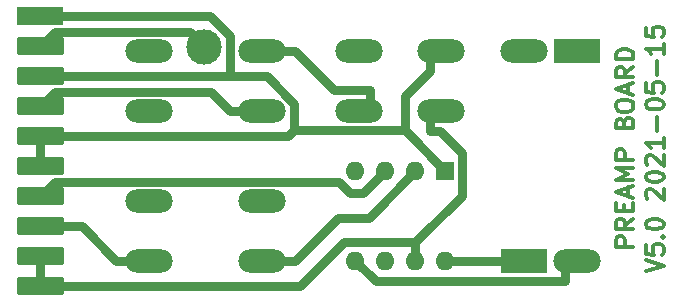
<source format=gbr>
G04 #@! TF.GenerationSoftware,KiCad,Pcbnew,5.1.5+dfsg1-2build2*
G04 #@! TF.CreationDate,2021-05-15T15:28:44-07:00*
G04 #@! TF.ProjectId,preamp-board-v5,70726561-6d70-42d6-926f-6172642d7635,rev?*
G04 #@! TF.SameCoordinates,Original*
G04 #@! TF.FileFunction,Copper,L1,Top*
G04 #@! TF.FilePolarity,Positive*
%FSLAX46Y46*%
G04 Gerber Fmt 4.6, Leading zero omitted, Abs format (unit mm)*
G04 Created by KiCad (PCBNEW 5.1.5+dfsg1-2build2) date 2021-05-15 15:28:44*
%MOMM*%
%LPD*%
G04 APERTURE LIST*
%ADD10C,0.300000*%
%ADD11R,4.000000X2.000000*%
%ADD12O,4.000000X2.000000*%
%ADD13R,4.000000X1.524000*%
%ADD14C,0.100000*%
%ADD15R,1.600000X1.600000*%
%ADD16O,1.600000X1.600000*%
%ADD17C,3.000000*%
%ADD18C,0.750000*%
G04 APERTURE END LIST*
D10*
X687743571Y641918571D02*
X686243571Y641918571D01*
X686243571Y642490000D01*
X686315000Y642632857D01*
X686386428Y642704285D01*
X686529285Y642775714D01*
X686743571Y642775714D01*
X686886428Y642704285D01*
X686957857Y642632857D01*
X687029285Y642490000D01*
X687029285Y641918571D01*
X687743571Y644275714D02*
X687029285Y643775714D01*
X687743571Y643418571D02*
X686243571Y643418571D01*
X686243571Y643990000D01*
X686315000Y644132857D01*
X686386428Y644204285D01*
X686529285Y644275714D01*
X686743571Y644275714D01*
X686886428Y644204285D01*
X686957857Y644132857D01*
X687029285Y643990000D01*
X687029285Y643418571D01*
X686957857Y644918571D02*
X686957857Y645418571D01*
X687743571Y645632857D02*
X687743571Y644918571D01*
X686243571Y644918571D01*
X686243571Y645632857D01*
X687315000Y646204285D02*
X687315000Y646918571D01*
X687743571Y646061428D02*
X686243571Y646561428D01*
X687743571Y647061428D01*
X687743571Y647561428D02*
X686243571Y647561428D01*
X687315000Y648061428D01*
X686243571Y648561428D01*
X687743571Y648561428D01*
X687743571Y649275714D02*
X686243571Y649275714D01*
X686243571Y649847142D01*
X686315000Y649990000D01*
X686386428Y650061428D01*
X686529285Y650132857D01*
X686743571Y650132857D01*
X686886428Y650061428D01*
X686957857Y649990000D01*
X687029285Y649847142D01*
X687029285Y649275714D01*
X686957857Y652418571D02*
X687029285Y652632857D01*
X687100714Y652704285D01*
X687243571Y652775714D01*
X687457857Y652775714D01*
X687600714Y652704285D01*
X687672142Y652632857D01*
X687743571Y652490000D01*
X687743571Y651918571D01*
X686243571Y651918571D01*
X686243571Y652418571D01*
X686315000Y652561428D01*
X686386428Y652632857D01*
X686529285Y652704285D01*
X686672142Y652704285D01*
X686815000Y652632857D01*
X686886428Y652561428D01*
X686957857Y652418571D01*
X686957857Y651918571D01*
X686243571Y653704285D02*
X686243571Y653990000D01*
X686315000Y654132857D01*
X686457857Y654275714D01*
X686743571Y654347142D01*
X687243571Y654347142D01*
X687529285Y654275714D01*
X687672142Y654132857D01*
X687743571Y653990000D01*
X687743571Y653704285D01*
X687672142Y653561428D01*
X687529285Y653418571D01*
X687243571Y653347142D01*
X686743571Y653347142D01*
X686457857Y653418571D01*
X686315000Y653561428D01*
X686243571Y653704285D01*
X687315000Y654918571D02*
X687315000Y655632857D01*
X687743571Y654775714D02*
X686243571Y655275714D01*
X687743571Y655775714D01*
X687743571Y657132857D02*
X687029285Y656632857D01*
X687743571Y656275714D02*
X686243571Y656275714D01*
X686243571Y656847142D01*
X686315000Y656990000D01*
X686386428Y657061428D01*
X686529285Y657132857D01*
X686743571Y657132857D01*
X686886428Y657061428D01*
X686957857Y656990000D01*
X687029285Y656847142D01*
X687029285Y656275714D01*
X687743571Y657775714D02*
X686243571Y657775714D01*
X686243571Y658132857D01*
X686315000Y658347142D01*
X686457857Y658490000D01*
X686600714Y658561428D01*
X686886428Y658632857D01*
X687100714Y658632857D01*
X687386428Y658561428D01*
X687529285Y658490000D01*
X687672142Y658347142D01*
X687743571Y658132857D01*
X687743571Y657775714D01*
X688793571Y639811428D02*
X690293571Y640311428D01*
X688793571Y640811428D01*
X688793571Y642025714D02*
X688793571Y641311428D01*
X689507857Y641240000D01*
X689436428Y641311428D01*
X689365000Y641454285D01*
X689365000Y641811428D01*
X689436428Y641954285D01*
X689507857Y642025714D01*
X689650714Y642097142D01*
X690007857Y642097142D01*
X690150714Y642025714D01*
X690222142Y641954285D01*
X690293571Y641811428D01*
X690293571Y641454285D01*
X690222142Y641311428D01*
X690150714Y641240000D01*
X690150714Y642740000D02*
X690222142Y642811428D01*
X690293571Y642740000D01*
X690222142Y642668571D01*
X690150714Y642740000D01*
X690293571Y642740000D01*
X688793571Y643740000D02*
X688793571Y643882857D01*
X688865000Y644025714D01*
X688936428Y644097142D01*
X689079285Y644168571D01*
X689365000Y644240000D01*
X689722142Y644240000D01*
X690007857Y644168571D01*
X690150714Y644097142D01*
X690222142Y644025714D01*
X690293571Y643882857D01*
X690293571Y643740000D01*
X690222142Y643597142D01*
X690150714Y643525714D01*
X690007857Y643454285D01*
X689722142Y643382857D01*
X689365000Y643382857D01*
X689079285Y643454285D01*
X688936428Y643525714D01*
X688865000Y643597142D01*
X688793571Y643740000D01*
X688936428Y645954285D02*
X688865000Y646025714D01*
X688793571Y646168571D01*
X688793571Y646525714D01*
X688865000Y646668571D01*
X688936428Y646740000D01*
X689079285Y646811428D01*
X689222142Y646811428D01*
X689436428Y646740000D01*
X690293571Y645882857D01*
X690293571Y646811428D01*
X688793571Y647740000D02*
X688793571Y647882857D01*
X688865000Y648025714D01*
X688936428Y648097142D01*
X689079285Y648168571D01*
X689365000Y648240000D01*
X689722142Y648240000D01*
X690007857Y648168571D01*
X690150714Y648097142D01*
X690222142Y648025714D01*
X690293571Y647882857D01*
X690293571Y647740000D01*
X690222142Y647597142D01*
X690150714Y647525714D01*
X690007857Y647454285D01*
X689722142Y647382857D01*
X689365000Y647382857D01*
X689079285Y647454285D01*
X688936428Y647525714D01*
X688865000Y647597142D01*
X688793571Y647740000D01*
X688936428Y648811428D02*
X688865000Y648882857D01*
X688793571Y649025714D01*
X688793571Y649382857D01*
X688865000Y649525714D01*
X688936428Y649597142D01*
X689079285Y649668571D01*
X689222142Y649668571D01*
X689436428Y649597142D01*
X690293571Y648740000D01*
X690293571Y649668571D01*
X690293571Y651097142D02*
X690293571Y650240000D01*
X690293571Y650668571D02*
X688793571Y650668571D01*
X689007857Y650525714D01*
X689150714Y650382857D01*
X689222142Y650240000D01*
X689722142Y651740000D02*
X689722142Y652882857D01*
X688793571Y653882857D02*
X688793571Y654025714D01*
X688865000Y654168571D01*
X688936428Y654240000D01*
X689079285Y654311428D01*
X689365000Y654382857D01*
X689722142Y654382857D01*
X690007857Y654311428D01*
X690150714Y654240000D01*
X690222142Y654168571D01*
X690293571Y654025714D01*
X690293571Y653882857D01*
X690222142Y653740000D01*
X690150714Y653668571D01*
X690007857Y653597142D01*
X689722142Y653525714D01*
X689365000Y653525714D01*
X689079285Y653597142D01*
X688936428Y653668571D01*
X688865000Y653740000D01*
X688793571Y653882857D01*
X688793571Y655740000D02*
X688793571Y655025714D01*
X689507857Y654954285D01*
X689436428Y655025714D01*
X689365000Y655168571D01*
X689365000Y655525714D01*
X689436428Y655668571D01*
X689507857Y655740000D01*
X689650714Y655811428D01*
X690007857Y655811428D01*
X690150714Y655740000D01*
X690222142Y655668571D01*
X690293571Y655525714D01*
X690293571Y655168571D01*
X690222142Y655025714D01*
X690150714Y654954285D01*
X689722142Y656454285D02*
X689722142Y657597142D01*
X690293571Y659097142D02*
X690293571Y658240000D01*
X690293571Y658668571D02*
X688793571Y658668571D01*
X689007857Y658525714D01*
X689150714Y658382857D01*
X689222142Y658240000D01*
X688793571Y660454285D02*
X688793571Y659740000D01*
X689507857Y659668571D01*
X689436428Y659740000D01*
X689365000Y659882857D01*
X689365000Y660240000D01*
X689436428Y660382857D01*
X689507857Y660454285D01*
X689650714Y660525714D01*
X690007857Y660525714D01*
X690150714Y660454285D01*
X690222142Y660382857D01*
X690293571Y660240000D01*
X690293571Y659882857D01*
X690222142Y659740000D01*
X690150714Y659668571D01*
D11*
X678450000Y640715000D03*
D12*
X682950000Y640715000D03*
X678490000Y658495000D03*
D11*
X682990000Y658495000D03*
D12*
X664480000Y658495000D03*
X671480000Y658495000D03*
X671480000Y653415000D03*
X664480000Y653415000D03*
D13*
X637540000Y661420000D03*
G04 #@! TA.AperFunction,ConnectorPad*
D14*
G36*
X639359925Y659641039D02*
G01*
X639379305Y659638164D01*
X639398310Y659633403D01*
X639416756Y659626803D01*
X639434468Y659618426D01*
X639451272Y659608354D01*
X639467009Y659596683D01*
X639481526Y659583526D01*
X639494683Y659569009D01*
X639506354Y659553272D01*
X639516426Y659536468D01*
X639524803Y659518756D01*
X639531403Y659500310D01*
X639536164Y659481305D01*
X639539039Y659461925D01*
X639540000Y659442356D01*
X639540000Y658317644D01*
X639539039Y658298075D01*
X639536164Y658278695D01*
X639531403Y658259690D01*
X639524803Y658241244D01*
X639516426Y658223532D01*
X639506354Y658206728D01*
X639494683Y658190991D01*
X639481526Y658176474D01*
X639467009Y658163317D01*
X639451272Y658151646D01*
X639434468Y658141574D01*
X639416756Y658133197D01*
X639398310Y658126597D01*
X639379305Y658121836D01*
X639359925Y658118961D01*
X639340356Y658118000D01*
X635739644Y658118000D01*
X635720075Y658118961D01*
X635700695Y658121836D01*
X635681690Y658126597D01*
X635663244Y658133197D01*
X635645532Y658141574D01*
X635628728Y658151646D01*
X635612991Y658163317D01*
X635598474Y658176474D01*
X635585317Y658190991D01*
X635573646Y658206728D01*
X635563574Y658223532D01*
X635555197Y658241244D01*
X635548597Y658259690D01*
X635543836Y658278695D01*
X635540961Y658298075D01*
X635540000Y658317644D01*
X635540000Y659442356D01*
X635540961Y659461925D01*
X635543836Y659481305D01*
X635548597Y659500310D01*
X635555197Y659518756D01*
X635563574Y659536468D01*
X635573646Y659553272D01*
X635585317Y659569009D01*
X635598474Y659583526D01*
X635612991Y659596683D01*
X635628728Y659608354D01*
X635645532Y659618426D01*
X635663244Y659626803D01*
X635681690Y659633403D01*
X635700695Y659638164D01*
X635720075Y659641039D01*
X635739644Y659642000D01*
X639340356Y659642000D01*
X639359925Y659641039D01*
G37*
G04 #@! TD.AperFunction*
G04 #@! TA.AperFunction,ConnectorPad*
G36*
X639359925Y657101039D02*
G01*
X639379305Y657098164D01*
X639398310Y657093403D01*
X639416756Y657086803D01*
X639434468Y657078426D01*
X639451272Y657068354D01*
X639467009Y657056683D01*
X639481526Y657043526D01*
X639494683Y657029009D01*
X639506354Y657013272D01*
X639516426Y656996468D01*
X639524803Y656978756D01*
X639531403Y656960310D01*
X639536164Y656941305D01*
X639539039Y656921925D01*
X639540000Y656902356D01*
X639540000Y655777644D01*
X639539039Y655758075D01*
X639536164Y655738695D01*
X639531403Y655719690D01*
X639524803Y655701244D01*
X639516426Y655683532D01*
X639506354Y655666728D01*
X639494683Y655650991D01*
X639481526Y655636474D01*
X639467009Y655623317D01*
X639451272Y655611646D01*
X639434468Y655601574D01*
X639416756Y655593197D01*
X639398310Y655586597D01*
X639379305Y655581836D01*
X639359925Y655578961D01*
X639340356Y655578000D01*
X635739644Y655578000D01*
X635720075Y655578961D01*
X635700695Y655581836D01*
X635681690Y655586597D01*
X635663244Y655593197D01*
X635645532Y655601574D01*
X635628728Y655611646D01*
X635612991Y655623317D01*
X635598474Y655636474D01*
X635585317Y655650991D01*
X635573646Y655666728D01*
X635563574Y655683532D01*
X635555197Y655701244D01*
X635548597Y655719690D01*
X635543836Y655738695D01*
X635540961Y655758075D01*
X635540000Y655777644D01*
X635540000Y656902356D01*
X635540961Y656921925D01*
X635543836Y656941305D01*
X635548597Y656960310D01*
X635555197Y656978756D01*
X635563574Y656996468D01*
X635573646Y657013272D01*
X635585317Y657029009D01*
X635598474Y657043526D01*
X635612991Y657056683D01*
X635628728Y657068354D01*
X635645532Y657078426D01*
X635663244Y657086803D01*
X635681690Y657093403D01*
X635700695Y657098164D01*
X635720075Y657101039D01*
X635739644Y657102000D01*
X639340356Y657102000D01*
X639359925Y657101039D01*
G37*
G04 #@! TD.AperFunction*
G04 #@! TA.AperFunction,ConnectorPad*
G36*
X639359925Y654561039D02*
G01*
X639379305Y654558164D01*
X639398310Y654553403D01*
X639416756Y654546803D01*
X639434468Y654538426D01*
X639451272Y654528354D01*
X639467009Y654516683D01*
X639481526Y654503526D01*
X639494683Y654489009D01*
X639506354Y654473272D01*
X639516426Y654456468D01*
X639524803Y654438756D01*
X639531403Y654420310D01*
X639536164Y654401305D01*
X639539039Y654381925D01*
X639540000Y654362356D01*
X639540000Y653237644D01*
X639539039Y653218075D01*
X639536164Y653198695D01*
X639531403Y653179690D01*
X639524803Y653161244D01*
X639516426Y653143532D01*
X639506354Y653126728D01*
X639494683Y653110991D01*
X639481526Y653096474D01*
X639467009Y653083317D01*
X639451272Y653071646D01*
X639434468Y653061574D01*
X639416756Y653053197D01*
X639398310Y653046597D01*
X639379305Y653041836D01*
X639359925Y653038961D01*
X639340356Y653038000D01*
X635739644Y653038000D01*
X635720075Y653038961D01*
X635700695Y653041836D01*
X635681690Y653046597D01*
X635663244Y653053197D01*
X635645532Y653061574D01*
X635628728Y653071646D01*
X635612991Y653083317D01*
X635598474Y653096474D01*
X635585317Y653110991D01*
X635573646Y653126728D01*
X635563574Y653143532D01*
X635555197Y653161244D01*
X635548597Y653179690D01*
X635543836Y653198695D01*
X635540961Y653218075D01*
X635540000Y653237644D01*
X635540000Y654362356D01*
X635540961Y654381925D01*
X635543836Y654401305D01*
X635548597Y654420310D01*
X635555197Y654438756D01*
X635563574Y654456468D01*
X635573646Y654473272D01*
X635585317Y654489009D01*
X635598474Y654503526D01*
X635612991Y654516683D01*
X635628728Y654528354D01*
X635645532Y654538426D01*
X635663244Y654546803D01*
X635681690Y654553403D01*
X635700695Y654558164D01*
X635720075Y654561039D01*
X635739644Y654562000D01*
X639340356Y654562000D01*
X639359925Y654561039D01*
G37*
G04 #@! TD.AperFunction*
G04 #@! TA.AperFunction,ConnectorPad*
G36*
X639359925Y652021039D02*
G01*
X639379305Y652018164D01*
X639398310Y652013403D01*
X639416756Y652006803D01*
X639434468Y651998426D01*
X639451272Y651988354D01*
X639467009Y651976683D01*
X639481526Y651963526D01*
X639494683Y651949009D01*
X639506354Y651933272D01*
X639516426Y651916468D01*
X639524803Y651898756D01*
X639531403Y651880310D01*
X639536164Y651861305D01*
X639539039Y651841925D01*
X639540000Y651822356D01*
X639540000Y650697644D01*
X639539039Y650678075D01*
X639536164Y650658695D01*
X639531403Y650639690D01*
X639524803Y650621244D01*
X639516426Y650603532D01*
X639506354Y650586728D01*
X639494683Y650570991D01*
X639481526Y650556474D01*
X639467009Y650543317D01*
X639451272Y650531646D01*
X639434468Y650521574D01*
X639416756Y650513197D01*
X639398310Y650506597D01*
X639379305Y650501836D01*
X639359925Y650498961D01*
X639340356Y650498000D01*
X635739644Y650498000D01*
X635720075Y650498961D01*
X635700695Y650501836D01*
X635681690Y650506597D01*
X635663244Y650513197D01*
X635645532Y650521574D01*
X635628728Y650531646D01*
X635612991Y650543317D01*
X635598474Y650556474D01*
X635585317Y650570991D01*
X635573646Y650586728D01*
X635563574Y650603532D01*
X635555197Y650621244D01*
X635548597Y650639690D01*
X635543836Y650658695D01*
X635540961Y650678075D01*
X635540000Y650697644D01*
X635540000Y651822356D01*
X635540961Y651841925D01*
X635543836Y651861305D01*
X635548597Y651880310D01*
X635555197Y651898756D01*
X635563574Y651916468D01*
X635573646Y651933272D01*
X635585317Y651949009D01*
X635598474Y651963526D01*
X635612991Y651976683D01*
X635628728Y651988354D01*
X635645532Y651998426D01*
X635663244Y652006803D01*
X635681690Y652013403D01*
X635700695Y652018164D01*
X635720075Y652021039D01*
X635739644Y652022000D01*
X639340356Y652022000D01*
X639359925Y652021039D01*
G37*
G04 #@! TD.AperFunction*
G04 #@! TA.AperFunction,ConnectorPad*
G36*
X639359925Y649481039D02*
G01*
X639379305Y649478164D01*
X639398310Y649473403D01*
X639416756Y649466803D01*
X639434468Y649458426D01*
X639451272Y649448354D01*
X639467009Y649436683D01*
X639481526Y649423526D01*
X639494683Y649409009D01*
X639506354Y649393272D01*
X639516426Y649376468D01*
X639524803Y649358756D01*
X639531403Y649340310D01*
X639536164Y649321305D01*
X639539039Y649301925D01*
X639540000Y649282356D01*
X639540000Y648157644D01*
X639539039Y648138075D01*
X639536164Y648118695D01*
X639531403Y648099690D01*
X639524803Y648081244D01*
X639516426Y648063532D01*
X639506354Y648046728D01*
X639494683Y648030991D01*
X639481526Y648016474D01*
X639467009Y648003317D01*
X639451272Y647991646D01*
X639434468Y647981574D01*
X639416756Y647973197D01*
X639398310Y647966597D01*
X639379305Y647961836D01*
X639359925Y647958961D01*
X639340356Y647958000D01*
X635739644Y647958000D01*
X635720075Y647958961D01*
X635700695Y647961836D01*
X635681690Y647966597D01*
X635663244Y647973197D01*
X635645532Y647981574D01*
X635628728Y647991646D01*
X635612991Y648003317D01*
X635598474Y648016474D01*
X635585317Y648030991D01*
X635573646Y648046728D01*
X635563574Y648063532D01*
X635555197Y648081244D01*
X635548597Y648099690D01*
X635543836Y648118695D01*
X635540961Y648138075D01*
X635540000Y648157644D01*
X635540000Y649282356D01*
X635540961Y649301925D01*
X635543836Y649321305D01*
X635548597Y649340310D01*
X635555197Y649358756D01*
X635563574Y649376468D01*
X635573646Y649393272D01*
X635585317Y649409009D01*
X635598474Y649423526D01*
X635612991Y649436683D01*
X635628728Y649448354D01*
X635645532Y649458426D01*
X635663244Y649466803D01*
X635681690Y649473403D01*
X635700695Y649478164D01*
X635720075Y649481039D01*
X635739644Y649482000D01*
X639340356Y649482000D01*
X639359925Y649481039D01*
G37*
G04 #@! TD.AperFunction*
G04 #@! TA.AperFunction,ConnectorPad*
G36*
X639359925Y646941039D02*
G01*
X639379305Y646938164D01*
X639398310Y646933403D01*
X639416756Y646926803D01*
X639434468Y646918426D01*
X639451272Y646908354D01*
X639467009Y646896683D01*
X639481526Y646883526D01*
X639494683Y646869009D01*
X639506354Y646853272D01*
X639516426Y646836468D01*
X639524803Y646818756D01*
X639531403Y646800310D01*
X639536164Y646781305D01*
X639539039Y646761925D01*
X639540000Y646742356D01*
X639540000Y645617644D01*
X639539039Y645598075D01*
X639536164Y645578695D01*
X639531403Y645559690D01*
X639524803Y645541244D01*
X639516426Y645523532D01*
X639506354Y645506728D01*
X639494683Y645490991D01*
X639481526Y645476474D01*
X639467009Y645463317D01*
X639451272Y645451646D01*
X639434468Y645441574D01*
X639416756Y645433197D01*
X639398310Y645426597D01*
X639379305Y645421836D01*
X639359925Y645418961D01*
X639340356Y645418000D01*
X635739644Y645418000D01*
X635720075Y645418961D01*
X635700695Y645421836D01*
X635681690Y645426597D01*
X635663244Y645433197D01*
X635645532Y645441574D01*
X635628728Y645451646D01*
X635612991Y645463317D01*
X635598474Y645476474D01*
X635585317Y645490991D01*
X635573646Y645506728D01*
X635563574Y645523532D01*
X635555197Y645541244D01*
X635548597Y645559690D01*
X635543836Y645578695D01*
X635540961Y645598075D01*
X635540000Y645617644D01*
X635540000Y646742356D01*
X635540961Y646761925D01*
X635543836Y646781305D01*
X635548597Y646800310D01*
X635555197Y646818756D01*
X635563574Y646836468D01*
X635573646Y646853272D01*
X635585317Y646869009D01*
X635598474Y646883526D01*
X635612991Y646896683D01*
X635628728Y646908354D01*
X635645532Y646918426D01*
X635663244Y646926803D01*
X635681690Y646933403D01*
X635700695Y646938164D01*
X635720075Y646941039D01*
X635739644Y646942000D01*
X639340356Y646942000D01*
X639359925Y646941039D01*
G37*
G04 #@! TD.AperFunction*
G04 #@! TA.AperFunction,ConnectorPad*
G36*
X639359925Y644401039D02*
G01*
X639379305Y644398164D01*
X639398310Y644393403D01*
X639416756Y644386803D01*
X639434468Y644378426D01*
X639451272Y644368354D01*
X639467009Y644356683D01*
X639481526Y644343526D01*
X639494683Y644329009D01*
X639506354Y644313272D01*
X639516426Y644296468D01*
X639524803Y644278756D01*
X639531403Y644260310D01*
X639536164Y644241305D01*
X639539039Y644221925D01*
X639540000Y644202356D01*
X639540000Y643077644D01*
X639539039Y643058075D01*
X639536164Y643038695D01*
X639531403Y643019690D01*
X639524803Y643001244D01*
X639516426Y642983532D01*
X639506354Y642966728D01*
X639494683Y642950991D01*
X639481526Y642936474D01*
X639467009Y642923317D01*
X639451272Y642911646D01*
X639434468Y642901574D01*
X639416756Y642893197D01*
X639398310Y642886597D01*
X639379305Y642881836D01*
X639359925Y642878961D01*
X639340356Y642878000D01*
X635739644Y642878000D01*
X635720075Y642878961D01*
X635700695Y642881836D01*
X635681690Y642886597D01*
X635663244Y642893197D01*
X635645532Y642901574D01*
X635628728Y642911646D01*
X635612991Y642923317D01*
X635598474Y642936474D01*
X635585317Y642950991D01*
X635573646Y642966728D01*
X635563574Y642983532D01*
X635555197Y643001244D01*
X635548597Y643019690D01*
X635543836Y643038695D01*
X635540961Y643058075D01*
X635540000Y643077644D01*
X635540000Y644202356D01*
X635540961Y644221925D01*
X635543836Y644241305D01*
X635548597Y644260310D01*
X635555197Y644278756D01*
X635563574Y644296468D01*
X635573646Y644313272D01*
X635585317Y644329009D01*
X635598474Y644343526D01*
X635612991Y644356683D01*
X635628728Y644368354D01*
X635645532Y644378426D01*
X635663244Y644386803D01*
X635681690Y644393403D01*
X635700695Y644398164D01*
X635720075Y644401039D01*
X635739644Y644402000D01*
X639340356Y644402000D01*
X639359925Y644401039D01*
G37*
G04 #@! TD.AperFunction*
G04 #@! TA.AperFunction,ConnectorPad*
G36*
X639359925Y641861039D02*
G01*
X639379305Y641858164D01*
X639398310Y641853403D01*
X639416756Y641846803D01*
X639434468Y641838426D01*
X639451272Y641828354D01*
X639467009Y641816683D01*
X639481526Y641803526D01*
X639494683Y641789009D01*
X639506354Y641773272D01*
X639516426Y641756468D01*
X639524803Y641738756D01*
X639531403Y641720310D01*
X639536164Y641701305D01*
X639539039Y641681925D01*
X639540000Y641662356D01*
X639540000Y640537644D01*
X639539039Y640518075D01*
X639536164Y640498695D01*
X639531403Y640479690D01*
X639524803Y640461244D01*
X639516426Y640443532D01*
X639506354Y640426728D01*
X639494683Y640410991D01*
X639481526Y640396474D01*
X639467009Y640383317D01*
X639451272Y640371646D01*
X639434468Y640361574D01*
X639416756Y640353197D01*
X639398310Y640346597D01*
X639379305Y640341836D01*
X639359925Y640338961D01*
X639340356Y640338000D01*
X635739644Y640338000D01*
X635720075Y640338961D01*
X635700695Y640341836D01*
X635681690Y640346597D01*
X635663244Y640353197D01*
X635645532Y640361574D01*
X635628728Y640371646D01*
X635612991Y640383317D01*
X635598474Y640396474D01*
X635585317Y640410991D01*
X635573646Y640426728D01*
X635563574Y640443532D01*
X635555197Y640461244D01*
X635548597Y640479690D01*
X635543836Y640498695D01*
X635540961Y640518075D01*
X635540000Y640537644D01*
X635540000Y641662356D01*
X635540961Y641681925D01*
X635543836Y641701305D01*
X635548597Y641720310D01*
X635555197Y641738756D01*
X635563574Y641756468D01*
X635573646Y641773272D01*
X635585317Y641789009D01*
X635598474Y641803526D01*
X635612991Y641816683D01*
X635628728Y641828354D01*
X635645532Y641838426D01*
X635663244Y641846803D01*
X635681690Y641853403D01*
X635700695Y641858164D01*
X635720075Y641861039D01*
X635739644Y641862000D01*
X639340356Y641862000D01*
X639359925Y641861039D01*
G37*
G04 #@! TD.AperFunction*
G04 #@! TA.AperFunction,ConnectorPad*
G36*
X639359925Y639321039D02*
G01*
X639379305Y639318164D01*
X639398310Y639313403D01*
X639416756Y639306803D01*
X639434468Y639298426D01*
X639451272Y639288354D01*
X639467009Y639276683D01*
X639481526Y639263526D01*
X639494683Y639249009D01*
X639506354Y639233272D01*
X639516426Y639216468D01*
X639524803Y639198756D01*
X639531403Y639180310D01*
X639536164Y639161305D01*
X639539039Y639141925D01*
X639540000Y639122356D01*
X639540000Y637997644D01*
X639539039Y637978075D01*
X639536164Y637958695D01*
X639531403Y637939690D01*
X639524803Y637921244D01*
X639516426Y637903532D01*
X639506354Y637886728D01*
X639494683Y637870991D01*
X639481526Y637856474D01*
X639467009Y637843317D01*
X639451272Y637831646D01*
X639434468Y637821574D01*
X639416756Y637813197D01*
X639398310Y637806597D01*
X639379305Y637801836D01*
X639359925Y637798961D01*
X639340356Y637798000D01*
X635739644Y637798000D01*
X635720075Y637798961D01*
X635700695Y637801836D01*
X635681690Y637806597D01*
X635663244Y637813197D01*
X635645532Y637821574D01*
X635628728Y637831646D01*
X635612991Y637843317D01*
X635598474Y637856474D01*
X635585317Y637870991D01*
X635573646Y637886728D01*
X635563574Y637903532D01*
X635555197Y637921244D01*
X635548597Y637939690D01*
X635543836Y637958695D01*
X635540961Y637978075D01*
X635540000Y637997644D01*
X635540000Y639122356D01*
X635540961Y639141925D01*
X635543836Y639161305D01*
X635548597Y639180310D01*
X635555197Y639198756D01*
X635563574Y639216468D01*
X635573646Y639233272D01*
X635585317Y639249009D01*
X635598474Y639263526D01*
X635612991Y639276683D01*
X635628728Y639288354D01*
X635645532Y639298426D01*
X635663244Y639306803D01*
X635681690Y639313403D01*
X635700695Y639318164D01*
X635720075Y639321039D01*
X635739644Y639322000D01*
X639340356Y639322000D01*
X639359925Y639321039D01*
G37*
G04 #@! TD.AperFunction*
D12*
X646700000Y658495000D03*
X656320000Y658495000D03*
X656320000Y640715000D03*
X646700000Y640715000D03*
X646700000Y653415000D03*
X656320000Y653415000D03*
X656320000Y645795000D03*
X646700000Y645795000D03*
D15*
X671830000Y648335000D03*
D16*
X664210000Y640715000D03*
X669290000Y648335000D03*
X666750000Y640715000D03*
X666750000Y648335000D03*
X669290000Y640715000D03*
X664210000Y648335000D03*
X671830000Y640715000D03*
D17*
X651419000Y658825000D03*
D18*
X671830000Y640715000D02*
X679450000Y640715000D01*
X681950000Y640715000D02*
X681950000Y638965000D01*
X664210000Y640715000D02*
X665960000Y638965000D01*
X665960000Y638965000D02*
X681950000Y638965000D01*
X666750000Y648335000D02*
X664848000Y646433000D01*
X664848000Y646433000D02*
X663772000Y646433000D01*
X663772000Y646433000D02*
X662825000Y647380000D01*
X662825000Y647380000D02*
X638740000Y647380000D01*
X638740000Y647380000D02*
X637540000Y646180000D01*
X655320000Y640715000D02*
X659070000Y640715000D01*
X659070000Y640715000D02*
X662723000Y644368000D01*
X662723000Y644368000D02*
X665323000Y644368000D01*
X665323000Y644368000D02*
X669290000Y648335000D01*
X637540000Y651260000D02*
X637540000Y648720000D01*
X637540000Y651260000D02*
X658476000Y651260000D01*
X658476000Y651260000D02*
X659004000Y651788000D01*
X653630000Y656340000D02*
X637540000Y656340000D01*
X659004000Y651788000D02*
X659004000Y654027000D01*
X659004000Y654027000D02*
X656691000Y656340000D01*
X656691000Y656340000D02*
X653630000Y656340000D01*
X653630000Y656340000D02*
X653630000Y659721000D01*
X653630000Y659721000D02*
X651931000Y661420000D01*
X651931000Y661420000D02*
X640290000Y661420000D01*
X637540000Y661420000D02*
X640290000Y661420000D01*
X668377000Y651788000D02*
X659004000Y651788000D01*
X671830000Y648335000D02*
X668377000Y651788000D01*
X668377000Y651788000D02*
X668377000Y654642000D01*
X668377000Y654642000D02*
X670480000Y656745000D01*
X670480000Y658495000D02*
X670480000Y656745000D01*
X670480000Y653415000D02*
X670480000Y651665000D01*
X670480000Y651665000D02*
X671355000Y651665000D01*
X671355000Y651665000D02*
X673207000Y649813000D01*
X673207000Y649813000D02*
X673207000Y646182000D01*
X673207000Y646182000D02*
X669290000Y642265000D01*
X637540000Y638560000D02*
X659515000Y638560000D01*
X659515000Y638560000D02*
X663220000Y642265000D01*
X663220000Y642265000D02*
X669290000Y642265000D01*
X669290000Y640715000D02*
X669290000Y642265000D01*
X637540000Y638560000D02*
X637540000Y641100000D01*
X655320000Y658495000D02*
X659070000Y658495000D01*
X659070000Y658495000D02*
X662400000Y655165000D01*
X662400000Y655165000D02*
X665480000Y655165000D01*
X665480000Y653415000D02*
X665480000Y655165000D01*
X651419000Y658825000D02*
X650163000Y660081000D01*
X650163000Y660081000D02*
X638741000Y660081000D01*
X638741000Y660081000D02*
X637540000Y658880000D01*
X655320000Y653415000D02*
X653570000Y653415000D01*
X653570000Y653415000D02*
X651993000Y654992000D01*
X651993000Y654992000D02*
X638732000Y654992000D01*
X638732000Y654992000D02*
X637540000Y653800000D01*
X647700000Y640715000D02*
X643950000Y640715000D01*
X643950000Y640715000D02*
X641025000Y643640000D01*
X641025000Y643640000D02*
X637540000Y643640000D01*
M02*

</source>
